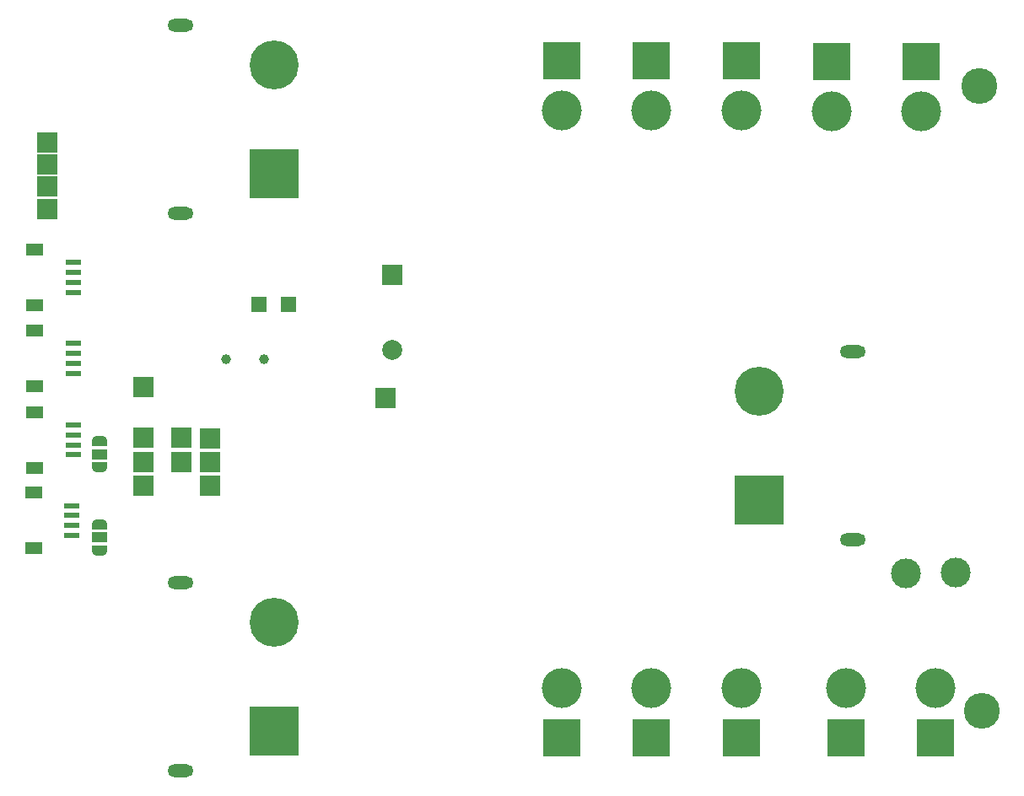
<source format=gbr>
%TF.GenerationSoftware,KiCad,Pcbnew,(6.0.10-0)*%
%TF.CreationDate,2023-03-03T19:39:16-08:00*%
%TF.ProjectId,1.0,312e302e-6b69-4636-9164-5f7063625858,rev?*%
%TF.SameCoordinates,Original*%
%TF.FileFunction,Soldermask,Bot*%
%TF.FilePolarity,Negative*%
%FSLAX46Y46*%
G04 Gerber Fmt 4.6, Leading zero omitted, Abs format (unit mm)*
G04 Created by KiCad (PCBNEW (6.0.10-0)) date 2023-03-03 19:39:16*
%MOMM*%
%LPD*%
G01*
G04 APERTURE LIST*
G04 Aperture macros list*
%AMFreePoly0*
4,1,22,0.550000,-0.750000,0.000000,-0.750000,0.000000,-0.745033,-0.079941,-0.743568,-0.215256,-0.701293,-0.333266,-0.622738,-0.424486,-0.514219,-0.481581,-0.384460,-0.499164,-0.250000,-0.500000,-0.250000,-0.500000,0.250000,-0.499164,0.250000,-0.499963,0.256109,-0.478152,0.396186,-0.417904,0.524511,-0.324060,0.630769,-0.204165,0.706417,-0.067858,0.745374,0.000000,0.744959,0.000000,0.750000,
0.550000,0.750000,0.550000,-0.750000,0.550000,-0.750000,$1*%
%AMFreePoly1*
4,1,20,0.000000,0.744959,0.073905,0.744508,0.209726,0.703889,0.328688,0.626782,0.421226,0.519385,0.479903,0.390333,0.500000,0.250000,0.500000,-0.250000,0.499851,-0.262216,0.476331,-0.402017,0.414519,-0.529596,0.319384,-0.634700,0.198574,-0.708877,0.061801,-0.746166,0.000000,-0.745033,0.000000,-0.750000,-0.550000,-0.750000,-0.550000,0.750000,0.000000,0.750000,0.000000,0.744959,
0.000000,0.744959,$1*%
G04 Aperture macros list end*
%ADD10C,3.600000*%
%ADD11R,3.800000X3.800000*%
%ADD12C,4.000000*%
%ADD13R,1.500000X1.500000*%
%ADD14C,3.000000*%
%ADD15C,1.000000*%
%ADD16O,2.600000X1.300000*%
%ADD17R,4.916000X4.916000*%
%ADD18C,4.916000*%
%ADD19R,2.000000X2.000000*%
%ADD20C,2.000000*%
%ADD21R,1.800000X1.200000*%
%ADD22R,1.550000X0.600000*%
%ADD23FreePoly0,90.000000*%
%ADD24R,1.500000X1.000000*%
%ADD25FreePoly1,90.000000*%
G04 APERTURE END LIST*
D10*
%TO.C,U28*%
X247150000Y-108675000D03*
%TD*%
D11*
%TO.C,U22*%
X223200000Y-106150000D03*
D12*
X223200000Y-111150000D03*
%TD*%
D11*
%TO.C,U35*%
X232300000Y-106170000D03*
D12*
X232300000Y-111170000D03*
%TD*%
D13*
%TO.C,P2*%
X174800000Y-130600000D03*
%TD*%
D11*
%TO.C,U17*%
X223200000Y-174150000D03*
D12*
X223200000Y-169150000D03*
%TD*%
D11*
%TO.C,U20*%
X205200000Y-106150000D03*
D12*
X205200000Y-111150000D03*
%TD*%
D13*
%TO.C,P1*%
X177775000Y-130600000D03*
%TD*%
D11*
%TO.C,U23*%
X242725000Y-174150000D03*
D12*
X242725000Y-169150000D03*
%TD*%
D14*
%TO.C,C5*%
X244725000Y-157550000D03*
X239725000Y-157600000D03*
%TD*%
D11*
%TO.C,U18*%
X214200000Y-174150000D03*
D12*
X214200000Y-169150000D03*
%TD*%
D15*
%TO.C,U1*%
X171545000Y-136060039D03*
X175355000Y-136060039D03*
%TD*%
D16*
%TO.C,U16*%
X166890000Y-121460000D03*
X166890000Y-102560000D03*
D17*
X176290000Y-117460000D03*
D18*
X176290000Y-106560000D03*
%TD*%
D10*
%TO.C,U27*%
X247400000Y-171400000D03*
%TD*%
D11*
%TO.C,U24*%
X241280000Y-106170000D03*
D12*
X241280000Y-111170000D03*
%TD*%
D11*
%TO.C,U25*%
X233725000Y-174150000D03*
D12*
X233725000Y-169150000D03*
%TD*%
D16*
%TO.C,U15*%
X166950000Y-177400000D03*
X166950000Y-158500000D03*
D17*
X176350000Y-173400000D03*
D18*
X176350000Y-162500000D03*
%TD*%
D11*
%TO.C,U19*%
X205200000Y-174150000D03*
D12*
X205200000Y-169150000D03*
%TD*%
D11*
%TO.C,U21*%
X214200000Y-106150000D03*
D12*
X214200000Y-111150000D03*
%TD*%
D19*
%TO.C,SP1*%
X188200000Y-127600000D03*
D20*
X188200000Y-135200000D03*
%TD*%
D19*
%TO.C,TP11*%
X163200000Y-146400000D03*
%TD*%
D21*
%TO.C,J4*%
X152162500Y-155100000D03*
X152162500Y-149500000D03*
D22*
X156037500Y-153800000D03*
X156037500Y-152800000D03*
X156037500Y-151800000D03*
X156037500Y-150800000D03*
%TD*%
D16*
%TO.C,U26*%
X234425000Y-154225000D03*
X234425000Y-135325000D03*
D17*
X225025000Y-150225000D03*
D18*
X225025000Y-139325000D03*
%TD*%
D23*
%TO.C,JP2*%
X158800000Y-155300000D03*
D24*
X158800000Y-154000000D03*
D25*
X158800000Y-152700000D03*
%TD*%
D19*
%TO.C,TP13*%
X163200000Y-138850000D03*
%TD*%
%TO.C,TP5*%
X153560000Y-116570000D03*
%TD*%
%TO.C,TP6*%
X153560000Y-118770000D03*
%TD*%
%TO.C,TP4*%
X169875000Y-146400000D03*
%TD*%
D21*
%TO.C,J3*%
X152262500Y-147000000D03*
X152262500Y-141400000D03*
D22*
X156137500Y-145700000D03*
X156137500Y-144700000D03*
X156137500Y-143700000D03*
X156137500Y-142700000D03*
%TD*%
D19*
%TO.C,TP7*%
X169875000Y-148800000D03*
%TD*%
%TO.C,TP9*%
X153570000Y-121060000D03*
%TD*%
%TO.C,TP12*%
X167050000Y-144000000D03*
%TD*%
%TO.C,TP3*%
X167050000Y-146400000D03*
%TD*%
%TO.C,TP14*%
X163200000Y-144000000D03*
%TD*%
%TO.C,TP10*%
X153560000Y-114370000D03*
%TD*%
%TO.C,TP15*%
X163225000Y-148800000D03*
%TD*%
%TO.C,TP16*%
X187500000Y-140000000D03*
%TD*%
D21*
%TO.C,J6*%
X152262500Y-138800000D03*
X152262500Y-133200000D03*
D22*
X156137500Y-137500000D03*
X156137500Y-136500000D03*
X156137500Y-135500000D03*
X156137500Y-134500000D03*
%TD*%
D23*
%TO.C,JP1*%
X158800000Y-146925000D03*
D24*
X158800000Y-145625000D03*
D25*
X158800000Y-144325000D03*
%TD*%
D19*
%TO.C,TP8*%
X169900000Y-144025000D03*
%TD*%
D21*
%TO.C,J5*%
X152262500Y-130700000D03*
X152262500Y-125100000D03*
D22*
X156137500Y-129400000D03*
X156137500Y-128400000D03*
X156137500Y-127400000D03*
X156137500Y-126400000D03*
%TD*%
M02*

</source>
